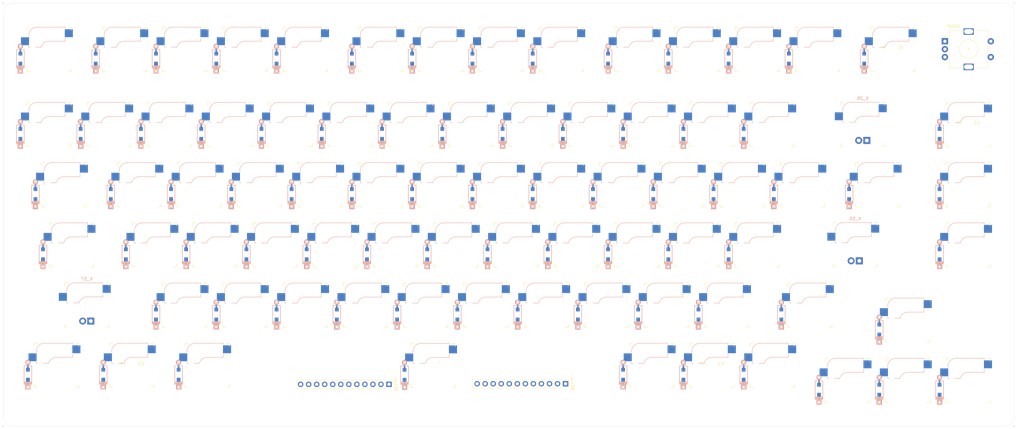
<source format=kicad_pcb>
(kicad_pcb (version 20221018) (generator pcbnew)
  (layers (0 "F.Cu" signal) (31 "B.Cu" signal) (34 "B.Paste" user) (35 "F.Paste" user) (36 "B.SilkS" user "B.Silkscreen") (37 "F.SilkS" user "F.Silkscreen") (38 "B.Mask" user) (39 "F.Mask" user) (44 "Edge.Cuts" user))
  (net 0 "")
  (net 1 "GND")
  (net 2 "VCC")
  (net 3 "/col0")
  (net 4 "/col1")
  (net 5 "/col2")
  (net 6 "/col3")
  (net 7 "/col4")
  (net 8 "/col5")
  (net 9 "/col6")
  (net 10 "/col7")
  (net 11 "/col8")
  (net 12 "/col9")
  (net 13 "/col10")
  (net 14 "/col11")
  (net 15 "/col12")
  (net 16 "/col13")
  (net 17 "/col14")
  (net 18 "/col15")
  (net 19 "Net-(D_0-Pad2)")
  (net 20 "Net-(D_1-Pad2)")
  (net 21 "Net-(D_2-Pad2)")
  (net 22 "Net-(D_3-Pad2)")
  (net 23 "Net-(D_4-Pad2)")
  (net 24 "Net-(D_5-Pad2)")
  (net 25 "Net-(D_6-Pad2)")
  (net 26 "Net-(D_7-Pad2)")
  (net 27 "Net-(D_8-Pad2)")
  (net 28 "Net-(D_9-Pad2)")
  (net 29 "Net-(D_10-Pad2)")
  (net 30 "Net-(D_11-Pad2)")
  (net 31 "Net-(D_12-Pad2)")
  (net 32 "Net-(D_SPACE-Pad2)")
  (net 33 "Net-(D_13-Pad2)")
  (net 34 "Net-(D_14-Pad2)")
  (net 35 "Net-(D_15-Pad2)")
  (net 36 "Net-(D_16-Pad2)")
  (net 37 "Net-(D_17-Pad2)")
  (net 38 "Net-(D_18-Pad2)")
  (net 39 "Net-(D_19-Pad2)")
  (net 40 "Net-(D_20-Pad2)")
  (net 41 "Net-(D_21-Pad2)")
  (net 42 "Net-(D_22-Pad2)")
  (net 43 "Net-(D_23-Pad2)")
  (net 44 "Net-(D_24-Pad2)")
  (net 45 "Net-(D_25-Pad2)")
  (net 46 "Net-(D_26-Pad2)")
  (net 47 "Net-(D_SPACE2-Pad2)")
  (net 48 "Net-(D_28-Pad2)")
  (net 49 "Net-(D_29-Pad2)")
  (net 50 "Net-(D_30-Pad2)")
  (net 51 "Net-(D_31-Pad2)")
  (net 52 "Net-(D_32-Pad2)")
  (net 53 "Net-(D_33-Pad2)")
  (net 54 "Net-(D_34-Pad2)")
  (net 55 "Net-(D_35-Pad2)")
  (net 56 "Net-(D_36-Pad2)")
  (net 57 "Net-(D_37-Pad2)")
  (net 58 "Net-(D_38-Pad2)")
  (net 59 "Net-(D_39-Pad2)")
  (net 60 "Net-(D_40-Pad2)")
  (net 61 "Net-(D_41-Pad2)")
  (net 62 "Net-(D_42-Pad2)")
  (net 63 "Net-(D_43-Pad2)")
  (net 64 "Net-(D_44-Pad2)")
  (net 65 "Net-(D_45-Pad2)")
  (net 66 "Net-(D_46-Pad2)")
  (net 67 "Net-(D_47-Pad2)")
  (net 68 "Net-(D_48-Pad2)")
  (net 69 "Net-(D_49-Pad2)")
  (net 70 "Net-(D_50-Pad2)")
  (net 71 "Net-(D_51-Pad2)")
  (net 72 "Net-(D_52-Pad2)")
  (net 73 "Net-(D_53-Pad2)")
  (net 74 "Net-(D_54-Pad2)")
  (net 75 "Net-(D_55-Pad2)")
  (net 76 "Net-(D_56-Pad2)")
  (net 77 "Net-(D_57-Pad2)")
  (net 78 "Net-(D_58-Pad2)")
  (net 79 "Net-(D_59-Pad2)")
  (net 80 "Net-(D_60-Pad2)")
  (net 81 "Net-(D_61-Pad2)")
  (net 82 "Net-(D_62-Pad2)")
  (net 83 "Net-(D_63-Pad2)")
  (net 84 "Net-(D_64-Pad2)")
  (net 85 "Net-(D_65-Pad2)")
  (net 86 "Net-(D_66-Pad2)")
  (net 87 "Net-(D_67-Pad2)")
  (net 88 "Net-(D_68-Pad2)")
  (net 89 "Net-(D_71-Pad2)")
  (net 90 "Net-(D_SPACE3-Pad2)")
  (net 91 "Net-(D_73-Pad2)")
  (net 92 "Net-(D_75-Pad2)")
  (net 93 "Net-(D_SPACE4-Pad2)")
  (net 94 "Net-(D_76-Pad2)")
  (net 95 "Net-(D_69-Pad2)")
  (net 96 "Net-(D_77-Pad2)")
  (net 97 "Net-(D_78-Pad2)")
  (net 98 "Net-(D_79-Pad2)")
  (footprint "MX_ALPS_Hybrid:hotswap with diode" (layer "F.Cu") (at 216.57 238.97)
    (fp_text reference "K_59")
    (fp_text value "KEYSW")
  )
  (footprint "MX_ALPS_Hybrid:hotswap with diode" (layer "F.Cu") (at 197.52 158.0075)
    (fp_text reference "K_2")
    (fp_text value "KEYSW")
  )
  (footprint "keyboard_parts:nothing" (layer "F.Cu") (at 259.9325 182.32 90)
    (fp_text reference "D_18" hide)
    (fp_text value "D")
  )
  (footprint "MX_ALPS_Hybrid:hotswap with diode" (layer "F.Cu") (at 235.62 238.97)
    (fp_text reference "K_60")
    (fp_text value "KEYSW")
  )
  (footprint "keyboard_parts:nothing" (layer "F.Cu") (at 164.6825 158.5075 90)
    (fp_text reference "D_0" hide)
    (fp_text value "D")
  )
  (footprint "keyboard_parts:nothing" (layer "F.Cu") (at 378.995 239.47 90)
    (fp_text reference "D_67" hide)
    (fp_text value "D")
  )
  (footprint "MX_ALPS_Hybrid:hotswap with diode" (layer "F.Cu") (at 395.16375 238.97)
    (fp_text reference "K_68")
    (fp_text value "KEYSW")
  )
  (footprint "keyboard_parts:nothing" (layer "F.Cu") (at 431.3825 158.5075 90)
    (fp_text reference "D_SPACE" hide)
    (fp_text value "D")
  )
  (footprint "keyboard_parts:nothing" (layer "F.Cu") (at 355.1825 258.52 90)
    (fp_text reference "D_75" hide)
    (fp_text value "D")
  )
  (footprint "keyboard_parts:nothing" (layer "F.Cu") (at 307.5575 158.5075 90)
    (fp_text reference "D_7" hide)
    (fp_text value "D")
  )
  (footprint "MX_ALPS_Hybrid:hotswap with diode" (layer "F.Cu") (at 345.1575 258.02)
    (fp_text reference "K_75")
    (fp_text value "KEYSW")
  )
  (footprint "keyboard_parts:nothing" (layer "F.Cu") (at 431.3825 220.42 90)
    (fp_text reference "D_55" hide)
    (fp_text value "D")
  )
  (footprint "keyboard_parts:nothing" (layer "F.Cu") (at 407.57 158.5075 90)
    (fp_text reference "D_12" hide)
    (fp_text value "D")
  )
  (footprint "MX_ALPS_Hybrid:hotswap with diode" (layer "F.Cu") (at 359.445 158.0075)
    (fp_text reference "K_10")
    (fp_text value "KEYSW")
  )
  (footprint "MX_ALPS_Hybrid:hotswap with diode" (layer "F.Cu") (at 316.5825 200.87)
    (fp_text reference "K_36")
    (fp_text value "KEYSW")
  )
  (footprint "keyboard_parts:nothing" (layer "F.Cu") (at 312.32 220.42 90)
    (fp_text reference "D_50" hide)
    (fp_text value "D")
  )
  (footprint "keyboard_parts:nothing" (layer "F.Cu") (at 188.495 158.5075 90)
    (fp_text reference "D_1" hide)
    (fp_text value "D")
  )
  (footprint "keyboard_parts:nothing" (layer "F.Cu") (at 317.0825 182.32 90)
    (fp_text reference "D_21" hide)
    (fp_text value "D")
  )
  (footprint "keyboard_parts:nothing" (layer "F.Cu") (at 278.9825 182.32 90)
    (fp_text reference "D_19" hide)
    (fp_text value "D")
  )
  (footprint "MX_ALPS_Hybrid:hotswap with diode" (layer "F.Cu") (at 445.17 219.92)
    (fp_text reference "K_56")
    (fp_text value "KEYSW")
  )
  (footprint "keyboard_parts:nothing" (layer "F.Cu") (at 217.07 220.42 90)
    (fp_text reference "D_45" hide)
    (fp_text value "D")
  )
  (footprint "MX_ALPS_Hybrid:hotswap with diode" (layer "F.Cu") (at 383.2575 181.82)
    (fp_text reference "K_25")
    (fp_text value "KEYSW")
  )
  (footprint "keyboard_parts:nothing" (layer "F.Cu") (at 369.47 220.42 90)
    (fp_text reference "D_53" hide)
    (fp_text value "D")
  )
  (footprint "keyboard_parts:nothing" (layer "F.Cu") (at 455.195 182.32 90)
    (fp_text reference "D_SPACE2" hide)
    (fp_text value "D")
  )
  (footprint "keyboard_parts:nothing" (layer "F.Cu") (at 331.37 220.42 90)
    (fp_text reference "D_51" hide)
    (fp_text value "D")
  )
  (footprint "MX_ALPS_Hybrid:hotswap with diode" (layer "F.Cu") (at 349.92 238.97)
    (fp_text reference "K_66")
    (fp_text value "KEYSW")
  )
  (footprint "Connector_PinHeader_2.54mm:PinHeader_1x12_P2.54mm_Vertical" (layer "F.Cu") (at 262.08 264.1 -90)
    (fp_text reference "REF**")
    (fp_text value "PinHeader_1x12_P2.54mm_Vertical")
  )
  (footprint "keyboard_parts:nothing" (layer "F.Cu") (at 250.4075 201.37 90)
    (fp_text reference "D_32" hide)
    (fp_text value "D")
  )
  (footprint "MX_ALPS_Hybrid:hotswap with diode" (layer "F.Cu") (at 368.97 238.97)
    (fp_text reference "K_67")
    (fp_text value "KEYSW")
  )
  (footprint "keyboard_parts:nothing" (layer "F.Cu") (at 293.27 220.42 90)
    (fp_text reference "D_49" hide)
    (fp_text value "D")
  )
  (footprint "MX_ALPS_Hybrid:hotswap with diode" (layer "F.Cu") (at 183.2325 200.87)
    (fp_text reference "K_29")
    (fp_text value "KEYSW")
  )
  (footprint "keyboard_parts:nothing" (layer "F.Cu") (at 202.7825 182.32 90)
    (fp_text reference "D_15" hide)
    (fp_text value "D")
  )
  (footprint "keyboard_parts:nothing" (layer "F.Cu") (at 326.6075 201.37 90)
    (fp_text reference "D_36" hide)
    (fp_text value "D")
  )
  (footprint "MX_ALPS_Hybrid:hotswap with diode" (layer "F.Cu") (at 416.595 200.87)
    (fp_text reference "K_41")
    (fp_text value "KEYSW")
  )
  (footprint "keyboard_parts:nothing" (layer "F.Cu") (at 340.895 239.47 90)
    (fp_text reference "D_65" hide)
    (fp_text value "D")
  )
  (footprint "keyboard_parts:nothing" (layer "F.Cu") (at 355.1825 182.32 90)
    (fp_text reference "D_23" hide)
    (fp_text value "D")
  )
  (footprint "keyboard_parts:nothing" (layer "F.Cu") (at 307.5575 201.37 90)
    (fp_text reference "D_35" hide)
    (fp_text value "D")
  )
  (footprint "MX_ALPS_Hybrid:hotswap with diode" (layer "F.Cu") (at 161.80125 219.92)
    (fp_text reference "K_43")
    (fp_text value "KEYSW")
  )
  (footprint "MX_ALPS_Hybrid:hotswap with diode" (layer "F.Cu") (at 330.87 238.97)
    (fp_text reference "K_65")
    (fp_text value "KEYSW")
  )
  (footprint "MX_ALPS_Hybrid:hotswap with diode" (layer "F.Cu") (at 340.395 219.92)
    (fp_text reference "K_52")
    (fp_text value "KEYSW")
  )
  (footprint "keyboard_parts:nothing" (layer "F.Cu") (at 345.6575 201.37 90)
    (fp_text reference "D_37" hide)
    (fp_text value "D")
  )
  (footprint "keyboard_parts:nothing" (layer "F.Cu") (at 269.4575 201.37 90)
    (fp_text reference "D_33" hide)
    (fp_text value "D")
  )
  (footprint "keyboard_parts:nothing" (layer "F.Cu") (at 236.12 220.42 90)
    (fp_text reference "D_46" hide)
    (fp_text value "D")
  )
  (footprint "MX_ALPS_Hybrid:hotswap with diode" (layer "F.Cu") (at 273.72 238.97)
    (fp_text reference "K_62")
    (fp_text value "KEYSW")
  )
  (footprint "MX_ALPS_Hybrid:hotswap with diode" (layer "F.Cu") (at 254.67 238.97)
    (fp_text reference "K_61")
    (fp_text value "KEYSW")
  )
  (footprint "MX_ALPS_Hybrid:hotswap with diode" (layer "F.Cu") (at 340.395 158.0075)
    (fp_text reference "K_9")
    (fp_text value "KEYSW")
  )
  (footprint "keyboard_parts:nothing" (layer "F.Cu") (at 359.945 239.47 90)
    (fp_text reference "D_66" hide)
    (fp_text value "D")
  )
  (footprint "keyboard_parts:nothing" (layer "F.Cu") (at 212.3075 201.37 90)
    (fp_text reference "D_30" hide)
    (fp_text value "D")
  )
  (footprint "MX_ALPS_Hybrid:hotswap with diode" (layer "F.Cu") (at 407.07 262.7825)
    (fp_text reference "K_77")
    (fp_text value "KEYSW")
  )
  (footprint "keyboard_parts:nothing" (layer "F.Cu") (at 198.02 220.42 90)
    (fp_text reference "D_44" hide)
    (fp_text value "D")
  )
  (footprint "MX_ALPS_Hybrid:hotswap with diode" (layer "F.Cu") (at 192.7575 181.82)
    (fp_text reference "K_15")
    (fp_text value "KEYSW")
  )
  (footprint "MX_ALPS_Hybrid:hotswap with diode" (layer "F.Cu") (at 326.1075 181.82)
    (fp_text reference "K_22")
    (fp_text value "KEYSW")
  )
  (footprint "keyboard_parts:nothing" (layer "F.Cu") (at 326.6075 158.5075 90)
    (fp_text reference "D_8" hide)
    (fp_text value "D")
  )
  (footprint "MX_ALPS_Hybrid:hotswap with diode" (layer "F.Cu") (at 292.77 238.97)
    (fp_text reference "K_63")
    (fp_text value "KEYSW")
  )
  (footprint "MX_ALPS_Hybrid:hotswap with diode" (layer "F.Cu") (at 335.6325 200.87)
    (fp_text reference "K_37")
    (fp_text value "KEYSW")
  )
  (footprint "keyboard_parts:nothing" (layer "F.Cu") (at 226.595 239.47 90)
    (fp_text reference "D_59" hide)
    (fp_text value "D")
  )
  (footprint "keyboard_parts:nothing" (layer "F.Cu") (at 393.2825 258.52 90)
    (fp_text reference "D_76" hide)
    (fp_text value "D")
  )
  (footprint "keyboard_parts:nothing" (layer "F.Cu") (at 217.07 258.52 90)
    (fp_text reference "D_73" hide)
    (fp_text value "D")
  )
  (footprint "MX_ALPS_Hybrid:hotswap with diode" (layer "F.Cu") (at 268.9575 181.82)
    (fp_text reference "K_19")
    (fp_text value "KEYSW")
  )
  (footprint "keyboard_parts:nothing" (layer "F.Cu") (at 183.7325 182.32 90)
    (fp_text reference "D_14" hide)
    (fp_text value "D")
  )
  (footprint "MX_ALPS_Hybrid:hotswap with diode" (layer "F.Cu") (at 378.495 158.0075)
    (fp_text reference "K_11")
    (fp_text value "KEYSW")
  )
  (footprint "MX_ALPS_Hybrid:hotswap with diode" (layer "F.Cu") (at 383.2575 258.02)
    (fp_text reference "K_76")
    (fp_text value "KEYSW")
  )
  (footprint "keyboard_parts:nothing" (layer "F.Cu") (at 350.42 158.5075 90)
    (fp_text reference "D_9" hide)
    (fp_text value "D")
  )
  (footprint "keyboard_parts:nothing" (layer "F.Cu") (at 269.4575 158.5075 90)
    (fp_text reference "D_5" hide)
    (fp_text value "D")
  )
  (footprint "keyboard_parts:nothing" (layer "F.Cu") (at 288.5075 201.37 90)
    (fp_text reference "D_34" hide)
    (fp_text value "D")
  )
  (footprint "MX_ALPS_Hybrid:hotswap with diode" (layer "F.Cu") (at 211.8075 181.82)
    (fp_text reference "K_16")
    (fp_text value "KEYSW")
  )
  (footprint "MX_ALPS_Hybrid:hotswap with diode" (layer "F.Cu") (at 202.2825 200.87)
    (fp_text reference "K_30")
    (fp_text value "KEYSW")
  )
  (footprint "keyboard_parts:nothing" (layer "F.Cu") (at 412.3325 239.47 90)
    (fp_text reference "D_68" hide)
    (fp_text value "D")
  )
  (footprint "keyboard_parts:nothing" (layer "F.Cu") (at 245.645 239.47 90)
    (fp_text reference "D_60" hide)
    (fp_text value "D")
  )
  (footprint "MX_ALPS_Hybrid:hotswap with diode" (layer "F.Cu") (at 373.7325 200.87)
    (fp_text reference "K_39")
    (fp_text value "KEYSW")
  )
  (footprint "MX_ALPS_Hybrid:hotswap with diode" (layer "F.Cu") (at 426.12 262.7825)
    (fp_text reference "K_78")
    (fp_text value "KEYSW")
  )
  (footprint "keyboard_parts:nothing" (layer "F.Cu") (at 169.445 258.52 90)
    (fp_text reference "D_71" hide)
    (fp_text value "D")
  )
  (footprint "MX_ALPS_Hybrid:hotswap with diode" (layer "F.Cu") (at 311.82 238.97)
    (fp_text reference "K_64")
    (fp_text value "KEYSW")
  )
  (footprint "keyboard_parts:nothing" (layer "F.Cu") (at 288.5075 158.5075 90)
    (fp_text reference "D_6" hide)
    (fp_text value "D")
  )
  (footprint "MX_ALPS_Hybrid:hotswap with diode" (layer "F.Cu") (at 445.17 262.7825)
    (fp_text reference "K_79")
    (fp_text value "KEYSW")
  )
  (footprint "MX_ALPS_Hybrid:hotswap with diode" (layer "F.Cu") (at 235.62 158.0075)
    (fp_text reference "K_4")
    (fp_text value "KEYSW")
  )
  (footprint "keyboard_parts:nothing" (layer "F.Cu") (at 178.97 220.42 90)
    (fp_text reference "D_43" hide)
    (fp_text value "D")
  )
  (footprint "keyboard_parts:nothing" (layer "F.Cu") (at 350.42 220.42 90)
    (fp_text reference "D_52" hide)
    (fp_text value "D")
  )
  (footprint "keyboard_parts:nothing" (layer "F.Cu") (at 264.695 239.47 90)
    (fp_text reference "D_61" hide)
    (fp_text value "D")
  )
  (footprint "keyboard_parts:nothing" (layer "F.Cu") (at 174.2075 201.37 90)
    (fp_text reference "D_28" hide)
    (fp_text value "D")
  )
  (footprint "keyboard_parts:nothing" (layer "F.Cu") (at 298.0325 182.32 90)
    (fp_text reference "D_20" hide)
    (fp_text value "D")
  )
  (footprint "keyboard_parts:nothing" (layer "F.Cu") (at 431.3825 201.37 90)
    (fp_text reference "D_41" hide)
    (fp_text value "D")
  )
  (footprint "keyboard_parts:nothing" (layer "F.Cu") (at 336.1325 182.32 90)
    (fp_text reference "D_22" hide)
    (fp_text value "D")
  )
  (footprint "keyboard_parts:nothing" (layer "F.Cu") (at 274.22 220.42 90)
    (fp_text reference "D_48" hide)
    (fp_text value "D")
  )
  (footprint "marbastlib-mx:STAB_MX_6.25u" (layer "F.Cu") (at 276.10125 258.02)
    (fp_text reference "K_74" hide)
    (fp_text value "KEYSW")
  )
  (footprint "MX_ALPS_Hybrid:hotswap with diode" (layer "F.Cu") (at 154.6575 181.82)
    (fp_text reference "K_13")
    (fp_text value "KEYSW")
  )
  (footprint "keyboard_parts:nothing" (layer "F.Cu") (at 364.7075 201.37 90)
    (fp_text reference "D_38" hide)
    (fp_text value "D")
  )
  (footprint "MX_ALPS_Hybrid:hotswap with diode" (layer "F.Cu") (at 221.3325 200.87)
    (fp_text reference "K_31")
    (fp_text value "KEYSW")
  )
  (footprint "MX_ALPS_Hybrid:hotswap with diode" (layer "F.Cu") (at 173.7075 181.82)
    (fp_text reference "K_14")
    (fp_text value "KEYSW")
  )
  (footprint "MX_ALPS_Hybrid:hotswap with diode" (layer "F.Cu") (at 359.445 219.92)
    (fp_text reference "K_53")
    (fp_text value "KEYSW")
  )
  (footprint "MX_ALPS_Hybrid:hotswap with diode" (layer "F.Cu") (at 283.245 219.92)
    (fp_text reference "K_49")
    (fp_text value "KEYSW")
  )
  (footprint "keyboard_parts:nothing" (layer "F.Cu") (at 374.2325 182.32 90)
    (fp_text reference "D_24" hide)
    (fp_text value "D")
  )
  (footprint "MX_ALPS_Hybrid:hotswap with diode" (layer "F.Cu") (at 259.4325 158.0075)
    (fp_text reference "K_5")
    (fp_text value "KEYSW")
  )
  (footprint "MX_ALPS_Hybrid:hotswap with diode" (layer "F.Cu") (at 259.4325 200.87)
    (fp_text reference "K_33")
    (fp_text value "KEYSW")
  )
  (footprint "MX_ALPS_Hybrid:hotswap with diode" (layer "F.Cu") (at 249.9075 181.82)
    (fp_text reference "K_18")
    (fp_text value "KEYSW")
  )
  (footprint "keyboard_parts:nothing" (layer "F.Cu") (at 393.2825 182.32 90)
    (fp_text reference "D_25" hide)
    (fp_text value "D")
  )
  (footprint "keyboard_parts:nothing" (layer "F.Cu") (at 193.2575 258.52 90)
    (fp_text reference "D_SPACE3" hide)
    (fp_text value "D")
  )
  (footprint "keyboard_parts:nothing" (layer "F.Cu") (at 188.495 239.47 90)
    (fp_text reference "D_57" hide)
    (fp_text value "D")
  )
  (footprint "MX_ALPS_Hybrid:hotswap with diode" (layer "F.Cu") (at 187.995 219.92)
    (fp_text reference "K_44")
    (fp_text value "KEYSW")
  )
  (footprint "MX_ALPS_Hybrid:hotswap with diode" (layer "F.Cu") (at 180.85125 258.02)
    (fp_text reference "K_SPACE3")
    (fp_text value "KEYSW")
  )
  (footprint "keyboard_parts:nothing" (layer "F.Cu") (at 417.095 263.2825 90)
    (fp_text reference "D_77" hide)
    (fp_text value "D")
  )
  (footprint "MX_ALPS_Hybrid:hotswap with diode" (layer "F.Cu") (at 397.545 158.0075)
    (fp_text reference "K_12")
    (fp_text value "KEYSW")
  )
  (footprint "keyboard_parts:nothing" (layer "F.Cu") (at 388.52 158.5075 90)
    (fp_text reference "D_11" hide)
    (fp_text value "D")
  )
  (footprint "Keebio-Parts:RotaryEncoder_Alps_EC11E-Switch_Vertical_H20mm" (layer "F.Cu") (at 445.28 158.05)
    (fp_text reference "SWR1")
    (fp_text value "Rotary_Encoder_Switch")
  )
  (footprint "keyboard_parts:nothing" (layer "F.Cu") (at 231.3575 201.37 90)
    (fp_text reference "D_31" hide)
    (fp_text value "D")
  )
  (footprint "MX_ALPS_Hybrid:hotswap with diode" (layer "F.Cu") (at 178.47 158.0075)
    (fp_text reference "K_1")
    (fp_text value "KEYSW")
  )
  (footprint "keyboard_parts:nothing" (layer "F.Cu") (at 207.545 158.5075 90)
    (fp_text reference "D_2" hide)
    (fp_text value "D")
  )
  (footprint "keyboard_parts:nothing" (layer "F.Cu") (at 321.845 239.47 90)
    (fp_text reference "D_64" hide)
    (fp_text value "D")
  )
  (footprint "MX_ALPS_Hybrid:hotswap with diode" (layer "F.Cu") (at 226.095 219.92)
    (fp_text reference "K_46")
    (fp_text value "KEYSW")
  )
  (footprint "keyswitches:Kailh_socket_MX_led stab" (layer "F.Cu") (at 166.56375 238.97)
    (fp_text reference "K_57")
    (fp_text value "KEYSW")
  )
  (footprint "MX_ALPS_Hybrid:hotswap with diode" (layer "F.Cu") (at 278.4825 158.0075)
    (fp_text reference "K_6")
    (fp_text value "KEYSW")
  )
  (footprint "keyboard_parts:nothing" (layer "F.Cu") (at 402.8075 201.37 90)
    (fp_text reference "D_40" hide)
    (fp_text value "D")
  )
  (footprint "keyboard_parts:nothing" (layer "F.Cu") (at 455.195 201.37 90)
    (fp_text reference "D_42" hide)
    (fp_text value "D")
  )
  (footprint "keyboard_parts:nothing" (layer "F.Cu") (at 369.47 158.5075 90)
    (fp_text reference "D_10" hide)
    (fp_text value "D")
  )
  (footprint "MX_ALPS_Hybrid:hotswap with diode" (layer "F.Cu") (at 421.3575 158.0075)
    (fp_text reference "K_SPACE")
    (fp_text value "KEYSW")
  )
  (footprint "keyboard_parts:nothing" (layer "F.Cu") (at 221.8325 182.32 90)
    (fp_text reference "D_16" hide)
    (fp_text value "D")
  )
  (footprint "MX_ALPS_Hybrid:hotswap with diode" (layer "F.Cu") (at 216.57 158.0075)
    (fp_text reference "K_3")
    (fp_text value "KEYSW")
  )
  (footprint "keyboard_parts:nothing" (layer "F.Cu") (at 374.2325 258.52 90)
    (fp_text reference "D_SPACE4" hide)
    (fp_text value "D")
  )
  (footprint "MX_ALPS_Hybrid:hotswap with diode" (layer "F.Cu") (at 159.42 200.87)
    (fp_text reference "K_28")
    (fp_text value "KEYSW")
  )
  (footprint "keyboard_parts:nothing" (layer "F.Cu") (at 302.795 239.47 90)
    (fp_text reference "D_63" hide)
    (fp_text value "D")
  )
  (footprint "MX_ALPS_Hybrid:hotswap with diode" (layer "F.Cu") (at 364.2075 258.02)
    (fp_text reference "K_SPACE4")
    (fp_text value "KEYSW")
  )
  (footprint "MX_ALPS_Hybrid:hotswap with diode" (layer "F.Cu") (at 321.345 219.92)
    (fp_text reference "K_51")
    (fp_text value "KEYSW")
  )
  (footprint "keyboard_parts:nothing" (layer "F.Cu") (at 336.1325 258.52 90)
    (fp_text reference "D_74" hide)
    (fp_text value "D")
  )
  (footprint "MX_ALPS_Hybrid:hotswap with diode" (layer "F.Cu") (at 445.17 200.87)
    (fp_text reference "K_42")
    (fp_text value "KEYSW")
  )
  (footprint "keyboard_parts:nothing" (layer "F.Cu") (at 240.8825 182.32 90)
    (fp_text reference "D_17" hide)
    (fp_text value "D")
  )
  (footprint "keyboard_parts:nothing" (layer "F.Cu") (at 164.6825 182.32 90)
    (fp_text reference "D_13" hide)
    (fp_text value "D")
  )
  (footprint "keyboard_parts:nothing" (layer "F.Cu") (at 226.595 158.5075 90)
    (fp_text reference "D_3" hide)
    (fp_text value "D")
  )
  (footprint "MX_ALPS_Hybrid:hotswap with diode" (layer "F.Cu") (at 354.6825 200.87)
    (fp_text reference "K_38")
    (fp_text value "KEYSW")
  )
  (footprint "MX_ALPS_Hybrid:hotswap with diode" (layer "F.Cu") (at 288.0075 181.82)
    (fp_text reference "K_20")
    (fp_text value "KEYSW")
  )
  (footprint "keyboard_parts:nothing" (layer "F.Cu") (at 455.195 220.42 90)
    (fp_text reference "D_56" hide)
    (fp_text value "D")
  )
  (footprint "MX_ALPS_Hybrid:hotswap with diode" (layer "F.Cu") (at 276.07 258.06)
    (fp_text reference "REF**")
    (fp_text value "hotswap with diode")
  )
  (footprint "keyswitches:Kailh_socket_MX_led stab" (layer "F.Cu") (at 411.8325 181.82)
    (fp_text reference "K_26")
    (fp_text value "KEYSW")
  )
  (footprint "MX_ALPS_Hybrid:hotswap with diode" (layer "F.Cu") (at 302.295 219.92)
    (fp_text reference "K_50")
    (fp_text value "KEYSW")
  )
  (footprint "keyboard_parts:nothing" (layer "F.Cu") (at 431.3825 182.32 90)
    (fp_text reference "D_26" hide)
    (fp_text value "D")
  )
  (footprint "MX_ALPS_Hybrid:hotswap with diode" (layer "F.Cu") (at 345.1575 181.82)
    (fp_text reference "K_23")
    (fp_text value "KEYSW")
  )
  (footprint "keyboard_parts:nothing" (layer "F.Cu") (at 193.2575 201.37 90)
    (fp_text reference "D_29" hide)
    (fp_text value "D")
  )
  (footprint "keyboard_parts:nothing" (layer "F.Cu") (at 455.195 263.2825 90)
    (fp_text reference "D_79" hide)
    (fp_text value "D")
  )
  (footprint "MX_ALPS_Hybrid:hotswap with diode" (layer "F.Cu") (at 378.495 219.92)
    (fp_text reference "K_54")
    (fp_text value "KEYSW")
  )
  (footprint "MX_ALPS_Hybrid:hotswap with diode" (layer "F.Cu") (at 364.2075 181.82)
    (fp_text reference "K_24")
    (fp_text value "KEYSW")
  )
  (footprint "MX_ALPS_Hybrid:hotswap with diode" (layer "F.Cu") (at 297.5325 200.87)
    (fp_text reference "K_35")
    (fp_text value "KEYSW")
  )
  (footprint "MX_ALPS_Hybrid:hotswap with diode" (layer "F.Cu") (at 157.03875 258.02)
    (fp_text reference "K_71")
    (fp_text value "KEYSW")
  )
  (footprint "MX_ALPS_Hybrid:hotswap with diode" (layer "F.Cu") (at 426.12 243.7325)
    (fp_text reference "K_69")
    (fp_text value "KEYSW")
  )
  (footprint "MX_ALPS_Hybrid:hotswap with diode" (layer "F.Cu") (at 204.66375 258.02)
    (fp_text reference "K_73")
    (fp_text value "KEYSW")
  )
  (footprint "MX_ALPS_Hybrid:hotswap with diode" (layer "F.Cu") (at 264.195 219.92)
    (fp_text reference "K_48")
    (fp_text value "KEYSW")
  )
  (footprint "MX_ALPS_Hybrid:hotswap with diode" (layer "F.Cu") (at 307.0575 181.82)
    (fp_text reference "K_21")
    (fp_text value "KEYSW")
  )
  (footprint "keyboard_parts:nothing" (layer "F.Cu") (at 383.7575 201.37 90)
    (fp_text reference "D_39" hide)
    (fp_text value "D")
  )
  (footprint "MX_ALPS_Hybrid:hotswap with diode" (layer "F.Cu") (at 278.4825 200.87)
    (fp_text reference "K_34")
    (fp_text value "KEYSW")
  )
  (footprint "keyboard_parts:nothing" (layer "F.Cu") (at 283.745 239.47 90)
    (fp_text reference "D_62" hide)
    (fp_text value "D")
  )
  (footprint "Connector_PinHeader_2.54mm:PinHeader_1x12_P2.54mm_Vertical" (layer "F.Cu") (at 317.88 263.9 -90)
    (fp_text reference "REF**")
    (fp_text value "PinHeader_1x12_P2.54mm_Vertical")
  )
  (footprint "keyboard_parts:nothing" (layer "F.Cu") (at 436.145 244.2325 90)
    (fp_text reference "D_69" hide)
    (fp_text value "D")
  )
  (footprint "keyboard_parts:nothing" (layer "F.Cu") (at 436.145 263.2825 90)
    (fp_text reference "D_78" hide)
    (fp_text value "D")
  )
  (footprint "MX_ALPS_Hybrid:hotswap with diode" (layer "F.Cu") (at 154.6575 158.0075)
    (fp_text reference "K_0")
    (fp_text value "KEYSW")
  )
  (footprint "MX_ALPS_Hybrid:hotswap with diode" (layer "F.Cu") (at 445.17 181.82)
    (fp_text reference "K_SPACE2")
    (fp_text value "KEYSW")
  )
  (footprint "MX_ALPS_Hybrid:hotswap with diode" (layer "F.Cu") (at 197.52 238.97)
    (fp_text reference "K_58")
    (fp_text value "KEYSW")
  )
  (footprint "MX_ALPS_Hybrid:hotswap with diode" (layer "F.Cu") (at 240.3825 200.87)
    (fp_text reference "K_32")
    (fp_text value "KEYSW")
  )
  (footprint "MX_ALPS_Hybrid:hotswap with diode" (layer "F.Cu") (at 230.8575 181.82)
    (fp_text reference "K_17")
    (fp_text value "KEYSW")
  )
  (footprint "MX_ALPS_Hybrid:hotswap with diode" (layer "F.Cu") (at 297.5325 158.0075)
    (fp_text reference "K_7")
    (fp_text value "KEYSW")
  )
  (footprint "keyboard_parts:nothing" (layer "F.Cu") (at 207.545 239.47 90)
    (fp_text reference "D_58" hide)
    (fp_text value "D")
  )
  (footprint "MX_ALPS_Hybrid:hotswap with diode" (layer "F.Cu") (at 316.5825 158.0075)
    (fp_text reference "K_8")
    (fp_text value "KEYSW")
  )
  (footprint "keyswitches:Kailh_socket_MX_led stab" (layer "F.Cu") (at 409.45125 219.92)
    (fp_text reference "K_55")
    (fp_text value "KEYSW")
  )
  (footprint "keyboard_parts:nothing" (layer "F.Cu") (at 388.52 220.42 90)
    (fp_text reference "D_54" hide)
    (fp_text value "D")
  )
  (footprint "keyboard_parts:nothing" (layer "F.Cu") (at 245.645 158.5075 90)
    (fp_text reference "D_4" hide)
    (fp_text value "D")
  )
  (footprint "keyboard_parts:nothing" (layer "F.Cu") (at 255.17 220.42 90)
    (fp_text reference "D_47" hide)
    (fp_text value "D")
  )
  (footprint "MX_ALPS_Hybrid:hotswap with diode" (layer "F.Cu") (at 207.045 219.92)
    (fp_text reference "K_45")
    (fp_text value "KEYSW")
  )
  (footprint "MX_ALPS_Hybrid:hotswap with diode" (layer "F.Cu") (at 245.145 219.92)
    (fp_text reference "K_47")
    (fp_text value "KEYSW")
  )
  (footprint "MX_ALPS_Hybrid:hotswap with diode" (layer "F.Cu") (at 392.7825 200.87)
    (fp_text reference "K_40")
    (fp_text value "KEYSW")
  )
  (gr_arc (start 459.695 143.4825) (mid 459.695 143.4825) (end 459.695 143.4825) (stroke (width 0.2)) (layer "Edge.Cuts"))
  (gr_line (start 459.695 146.5525) (end 459.695 274.3075) (stroke (width 0.05)) (layer "Edge.Cuts"))
  (gr_arc (start 140.1325 143.4825) (mid 140.1325 143.4825) (end 140.1325 143.4825) (stroke (width 0.2)) (layer "Edge.Cuts"))
  (gr_arc (start 459.695 274.3075) (mid 458.81632 276.42882) (end 456.695 277.3075) (stroke (width 0.05)) (layer "Edge.Cuts"))
  (gr_line (start 456.695 277.3075) (end 143.1325 277.3075) (stroke (width 0.05)) (layer "Edge.Cuts"))
  (gr_arc (start 456.695 143.5525) (mid 458.81632 144.43118) (end 459.695 146.5525) (stroke (width 0.05)) (layer "Edge.Cuts"))
  (gr_arc (start 143.1325 277.3075) (mid 141.01118 276.42882) (end 140.1325 274.3075) (stroke (width 0.05)) (layer "Edge.Cuts"))
  (gr_arc (start 459.695 277.3075) (mid 459.695 277.3075) (end 459.695 277.3075) (stroke (width 0.2)) (layer "Edge.Cuts"))
  (gr_line (start 143.1325 143.5525) (end 456.695 143.5525) (stroke (width 0.05)) (layer "Edge.Cuts"))
  (gr_arc (start 140.1325 146.5525) (mid 141.01118 144.43118) (end 143.1325 143.5525) (stroke (width 0.05)) (layer "Edge.Cuts"))
  (gr_line (start 140.1325 274.3075) (end 140.1325 146.5525) (stroke (width 0.05)) (layer "Edge.Cuts"))
  (gr_arc (start 140.1325 277.3075) (mid 140.1325 277.3075) (end 140.1325 277.3075) (stroke (width 0.2)) (layer "Edge.Cuts"))
)
</source>
